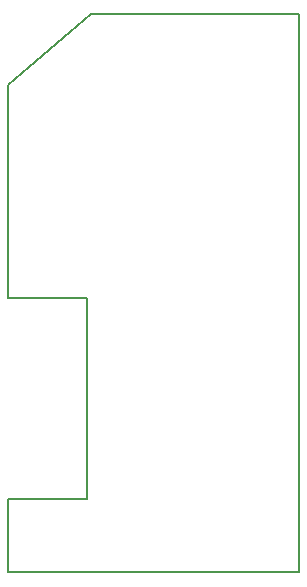
<source format=gbr>
G04 PROTEUS GERBER X2 FILE*
%TF.GenerationSoftware,Labcenter,Proteus,8.16-SP3-Build36097*%
%TF.CreationDate,2024-09-26T16:34:03+00:00*%
%TF.FileFunction,NonPlated,1,2,NPTH*%
%TF.FilePolarity,Positive*%
%TF.Part,Single*%
%TF.SameCoordinates,{f118cff8-fadb-4bc5-a17f-1c91f2e22e42}*%
%FSLAX45Y45*%
%MOMM*%
G01*
%TA.AperFunction,Profile*%
%ADD41C,0.177800*%
%TD.AperFunction*%
D41*
X-671603Y+4737000D02*
X-671603Y+2937000D01*
X-5970Y+2937000D01*
X-5970Y+1236000D01*
X-672000Y+1236000D01*
X-672000Y+616000D01*
X+1788988Y+616000D01*
X+1788988Y+5337000D01*
X+28182Y+5337000D01*
X-671603Y+4737000D01*
M02*

</source>
